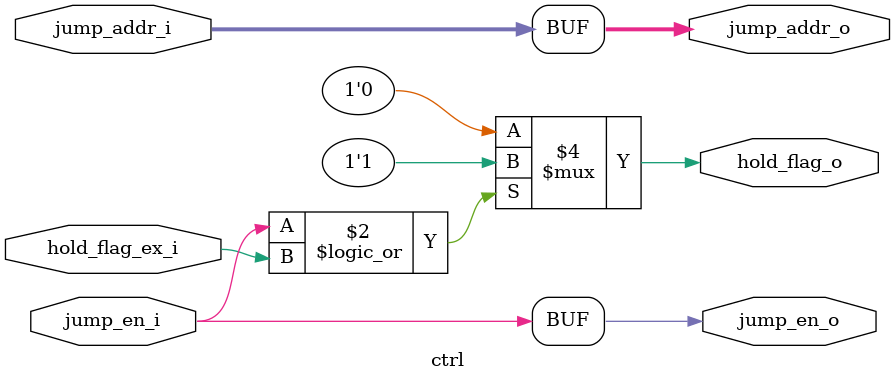
<source format=v>
module ctrl(
    input wire [31:0] 	jump_addr_i	    ,	
	input wire 			jump_en_i	    ,
	input wire        	hold_flag_ex_i	,
    output reg [31:0] 	jump_addr_o	    ,	
	output reg 			jump_en_o	    ,
	output reg        	hold_flag_o	
);

    always @(*) begin
        jump_addr_o =   jump_addr_i;
        jump_en_o   =   jump_en_i;
        if(jump_en_i || hold_flag_ex_i)
            hold_flag_o = 1'b1;
        else
            hold_flag_o = 1'b0;
    end        

endmodule
</source>
